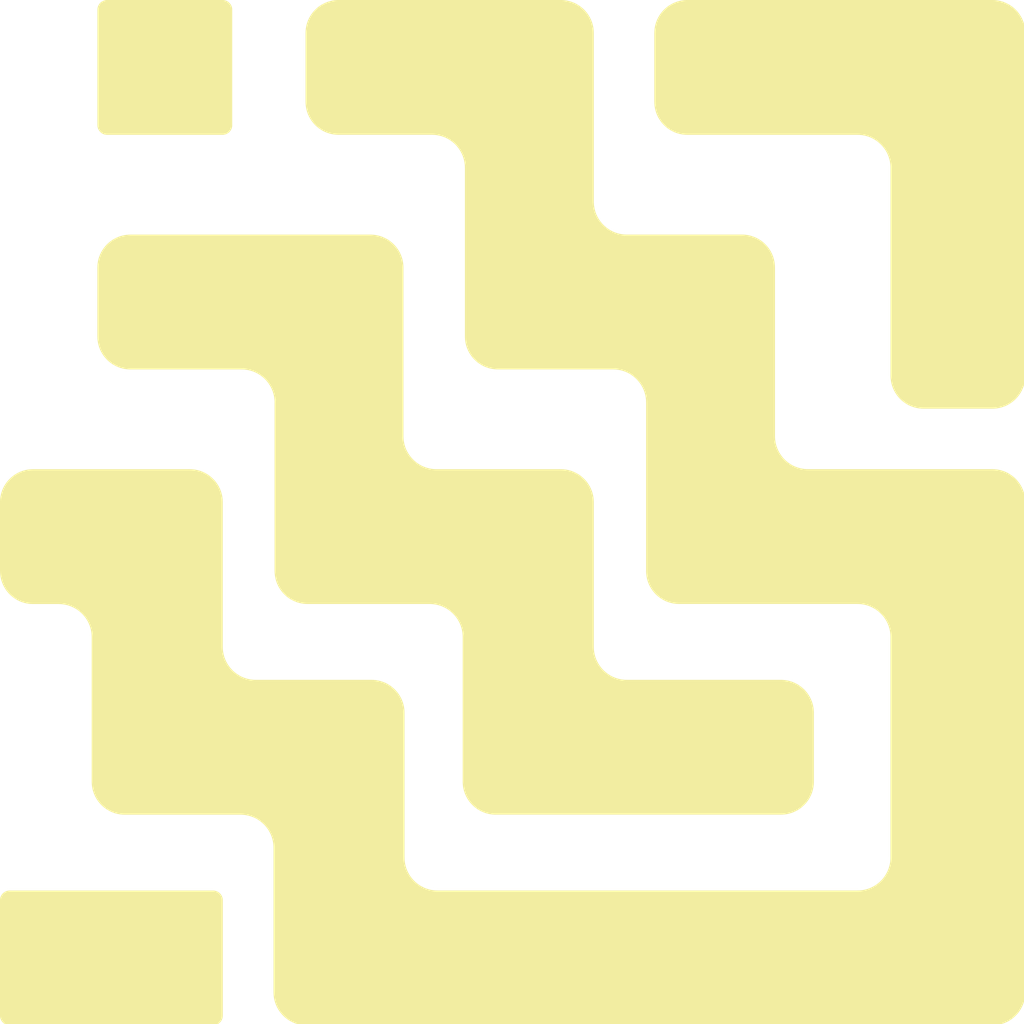
<source format=kicad_pcb>
(kicad_pcb (version 20241229) (generator "atopile") (generator_version "0.10.5")
  (layers (0 "F.Cu" signal) (31 "B.Cu" signal) (34 "B.Paste" user) (35 "F.Paste" user) (36 "B.SilkS" user "B.Silkscreen") (37 "F.SilkS" user "F.Silkscreen") (38 "B.Mask" user) (39 "F.Mask" user) (44 "Edge.Cuts" user))
  (net 0 "")
  (footprint "atopile_Logo_8x8mm:atopile_Logo_8x8mm" (layer "F.Cu") (at 0 0 0)
    (property "Reference" "LOGO1" (hide yes))
    (property "Value" "" (hide yes))
    (fp_poly (pts (xy 3.874508 -4.153939) (xy 3.887574 -4.152946) (xy 3.900448 -4.151309) (xy 3.913115 -4.149047) (xy 3.925557 -4.146174) (xy 3.937761 -4.142707) (xy 3.949708 -4.138663) (xy 3.961383 -4.134057) (xy 3.972771 -4.128906) (xy 3.983854 -4.123226) (xy 3.994618 -4.117033) (xy 4.005045 -4.110343) (xy 4.015121 -4.103173) (xy 4.024828 -4.095539) (xy 4.034151 -4.087457) (xy 4.043073 -4.078943) (xy 4.05158 -4.070014) (xy 4.059653 -4.060686) (xy 4.067279 -4.050974) (xy 4.074439 -4.040896) (xy 4.08112 -4.030467) (xy 4.087303 -4.019704) (xy 4.092974 -4.008622) (xy 4.098116 -3.997239) (xy 4.102713 -3.98557) (xy 4.10675 -3.973632) (xy 4.110209 -3.96144) (xy 4.113076 -3.949011) (xy 4.115333 -3.936362) (xy 4.116965 -3.923507) (xy 4.117957 -3.910465) (xy 4.118291 -3.89725) (xy 4.118291 -1.228134) (xy 4.117956 -1.214892) (xy 4.116962 -1.201827) (xy 4.115326 -1.188953) (xy 4.113063 -1.176286) (xy 4.11019 -1.163843) (xy 4.106724 -1.15164) (xy 4.102679 -1.139693) (xy 4.098073 -1.128017) (xy 4.092922 -1.11663) (xy 4.087242 -1.105546) (xy 4.081049 -1.094783) (xy 4.07436 -1.084355) (xy 4.06719 -1.07428) (xy 4.059556 -1.064573) (xy 4.051474 -1.05525) (xy 4.04296 -1.046327) (xy 4.034031 -1.037821) (xy 4.024702 -1.029747) (xy 4.014991 -1.022122) (xy 4.004912 -1.014961) (xy 3.994484 -1.008281) (xy 3.98372 -1.002097) (xy 3.972639 -0.996426) (xy 3.961256 -0.991284) (xy 3.949587 -0.986687) (xy 3.937648 -0.982651) (xy 3.925457 -0.979191) (xy 3.913028 -0.976325) (xy 3.900378 -0.974067) (xy 3.887524 -0.972435) (xy 3.874482 -0.971444) (xy 3.861267 -0.97111) (xy 3.325145 -0.97111) (xy 3.311904 -0.971445) (xy 3.298838 -0.972438) (xy 3.285964 -0.974075) (xy 3.273298 -0.976337) (xy 3.260855 -0.97921) (xy 3.248652 -0.982677) (xy 3.236704 -0.986721) (xy 3.225029 -0.991327) (xy 3.213641 -0.996478) (xy 3.202558 -1.002158) (xy 3.191794 -1.008351) (xy 3.181367 -1.015041) (xy 3.171292 -1.022211) (xy 3.161584 -1.029845) (xy 3.152262 -1.037927) (xy 3.143339 -1.046441) (xy 3.134833 -1.05537) (xy 3.126759 -1.064698) (xy 3.119134 -1.07441) (xy 3.111973 -1.084488) (xy 3.105293 -1.094917) (xy 3.099109 -1.10568) (xy 3.093438 -1.116762) (xy 3.088296 -1.128145) (xy 3.083699 -1.139814) (xy 3.079663 -1.151752) (xy 3.076203 -1.163944) (xy 3.073337 -1.176373) (xy 3.071079 -1.189022) (xy 3.069447 -1.201877) (xy 3.068456 -1.214919) (xy 3.068122 -1.228134) (xy 3.068122 -2.847081) (xy 3.067787 -2.860323) (xy 3.066793 -2.873388) (xy 3.065157 -2.886262) (xy 3.062894 -2.898929) (xy 3.060022 -2.911372) (xy 3.056555 -2.923575) (xy 3.052511 -2.935522) (xy 3.047905 -2.947198) (xy 3.042754 -2.958585) (xy 3.037073 -2.969669) (xy 3.03088 -2.980432) (xy 3.024191 -2.99086) (xy 3.017021 -3.000935) (xy 3.009387 -3.010642) (xy 3.001305 -3.019965) (xy 2.992791 -3.028888) (xy 2.983862 -3.037394) (xy 2.974533 -3.045468) (xy 2.964822 -3.053093) (xy 2.954744 -3.060254) (xy 2.944315 -3.066934) (xy 2.933551 -3.073118) (xy 2.92247 -3.078789) (xy 2.911087 -3.083931) (xy 2.899418 -3.088528) (xy 2.887479 -3.092564) (xy 2.875288 -3.096024) (xy 2.862859 -3.09889) (xy 2.850209 -3.101148) (xy 2.837355 -3.10278) (xy 2.824313 -3.103771) (xy 2.811098 -3.104105) (xy 1.48546 -3.104105) (xy 1.472218 -3.10444) (xy 1.459153 -3.105434) (xy 1.446279 -3.10707) (xy 1.433612 -3.109332) (xy 1.421169 -3.112205) (xy 1.408966 -3.115672) (xy 1.397019 -3.119716) (xy 1.385344 -3.124322) (xy 1.373956 -3.129473) (xy 1.362872 -3.135153) (xy 1.352109 -3.141346) (xy 1.341681 -3.148036) (xy 1.331606 -3.155206) (xy 1.321899 -3.16284) (xy 1.312576 -3.170922) (xy 1.303654 -3.179436) (xy 1.295147 -3.188365) (xy 1.287074 -3.197693) (xy 1.279448 -3.207405) (xy 1.272287 -3.217483) (xy 1.265607 -3.227912) (xy 1.259424 -3.238675) (xy 1.253753 -3.249757) (xy 1.248611 -3.26114) (xy 1.244014 -3.272809) (xy 1.239977 -3.284748) (xy 1.236518 -3.296939) (xy 1.233651 -3.309368) (xy 1.231394 -3.322018) (xy 1.229761 -3.334872) (xy 1.22877 -3.347914) (xy 1.228436 -3.361129) (xy 1.228436 -3.89725) (xy 1.228771 -3.910491) (xy 1.229765 -3.923557) (xy 1.231401 -3.936431) (xy 1.233664 -3.949098) (xy 1.236536 -3.961541) (xy 1.240003 -3.973744) (xy 1.244047 -3.985691) (xy 1.248653 -3.997367) (xy 1.253804 -4.008754) (xy 1.259485 -4.019838) (xy 1.265678 -4.030601) (xy 1.272367 -4.041029) (xy 1.279537 -4.051104) (xy 1.287171 -4.060811) (xy 1.295253 -4.070134) (xy 1.303767 -4.079057) (xy 1.312696 -4.087563) (xy 1.322024 -4.095637) (xy 1.331736 -4.103262) (xy 1.341814 -4.110423) (xy 1.352243 -4.117103) (xy 1.363006 -4.123287) (xy 1.374088 -4.128957) (xy 1.385471 -4.1341) (xy 1.39714 -4.138697) (xy 1.409078 -4.142733) (xy 1.42127 -4.146193) (xy 1.433699 -4.149059) (xy 1.446348 -4.151317) (xy 1.459203 -4.152949) (xy 1.472245 -4.15394) (xy 1.48546 -4.154274) (xy 3.861267 -4.154274)) (fill yes) (layer "F.SilkS"))
    (fp_poly (pts (xy -2.204232 2.781839) (xy -2.200393 2.782131) (xy -2.19661 2.782611) (xy -2.192887 2.783276) (xy -2.18923 2.78412) (xy -2.185643 2.785139) (xy -2.18213 2.786327) (xy -2.178697 2.787681) (xy -2.175349 2.789195) (xy -2.172089 2.790864) (xy -2.168924 2.792684) (xy -2.165856 2.794651) (xy -2.162893 2.796758) (xy -2.160037 2.799003) (xy -2.157294 2.801379) (xy -2.154668 2.803882) (xy -2.152165 2.806507) (xy -2.149789 2.80925) (xy -2.147545 2.812106) (xy -2.145438 2.815069) (xy -2.143471 2.818137) (xy -2.141651 2.821302) (xy -2.139982 2.824562) (xy -2.138468 2.82791) (xy -2.137114 2.831343) (xy -2.135926 2.834856) (xy -2.134907 2.838443) (xy -2.134063 2.8421) (xy -2.133398 2.845823) (xy -2.132917 2.849606) (xy -2.132626 2.853445) (xy -2.132527 2.857335) (xy -2.132527 3.756313) (xy -2.132626 3.760203) (xy -2.132918 3.764042) (xy -2.133398 3.767826) (xy -2.134063 3.771548) (xy -2.134907 3.775206) (xy -2.135926 3.778793) (xy -2.137114 3.782306) (xy -2.138468 3.785739) (xy -2.139982 3.789087) (xy -2.141651 3.792347) (xy -2.143471 3.795513) (xy -2.145438 3.79858) (xy -2.147545 3.801544) (xy -2.14979 3.804399) (xy -2.152165 3.807142) (xy -2.154669 3.809768) (xy -2.157294 3.812271) (xy -2.160037 3.814647) (xy -2.162893 3.816891) (xy -2.165856 3.818998) (xy -2.168924 3.820965) (xy -2.172089 3.822785) (xy -2.175349 3.824454) (xy -2.178697 3.825968) (xy -2.18213 3.827322) (xy -2.185643 3.82851) (xy -2.18923 3.829529) (xy -2.192887 3.830373) (xy -2.19661 3.831038) (xy -2.200393 3.831518) (xy -2.204232 3.83181) (xy -2.208122 3.831909) (xy -3.792296 3.831909) (xy -3.796186 3.83181) (xy -3.800025 3.831518) (xy -3.803809 3.831038) (xy -3.807531 3.830373) (xy -3.811189 3.829529) (xy -3.814776 3.82851) (xy -3.818288 3.827322) (xy -3.821721 3.825968) (xy -3.82507 3.824454) (xy -3.828329 3.822785) (xy -3.831495 3.820965) (xy -3.834562 3.818998) (xy -3.837526 3.816891) (xy -3.840382 3.814647) (xy -3.843125 3.812271) (xy -3.84575 3.809768) (xy -3.848253 3.807142) (xy -3.850629 3.804399) (xy -3.852873 3.801544) (xy -3.854981 3.79858) (xy -3.856947 3.795513) (xy -3.858767 3.792347) (xy -3.860437 3.789087) (xy -3.861951 3.785739) (xy -3.863304 3.782306) (xy -3.864493 3.778793) (xy -3.865511 3.775206) (xy -3.866356 3.771548) (xy -3.86702 3.767826) (xy -3.867501 3.764042) (xy -3.867793 3.760203) (xy -3.867891 3.756313) (xy -3.867891 2.857335) (xy -3.867793 2.853445) (xy -3.867501 2.849606) (xy -3.86702 2.845823) (xy -3.866355 2.8421) (xy -3.865511 2.838443) (xy -3.864493 2.834856) (xy -3.863304 2.831343) (xy -3.861951 2.82791) (xy -3.860437 2.824562) (xy -3.858767 2.821302) (xy -3.856947 2.818137) (xy -3.854981 2.815069) (xy -3.852873 2.812106) (xy -3.850629 2.80925) (xy -3.848253 2.806507) (xy -3.84575 2.803882) (xy -3.843125 2.801379) (xy -3.840382 2.799003) (xy -3.837526 2.796758) (xy -3.834562 2.794651) (xy -3.831495 2.792684) (xy -3.828329 2.790864) (xy -3.82507 2.789195) (xy -3.821721 2.787681) (xy -3.818288 2.786327) (xy -3.814776 2.785139) (xy -3.811188 2.78412) (xy -3.807531 2.783276) (xy -3.803808 2.782611) (xy -3.800025 2.782131) (xy -3.796186 2.781839) (xy -3.792296 2.78174) (xy -2.208122 2.78174)) (fill yes) (layer "F.SilkS"))
    (fp_poly (pts (xy -0.969332 -2.326651) (xy -0.956266 -2.325657) (xy -0.943392 -2.324021) (xy -0.930725 -2.321758) (xy -0.918283 -2.318886) (xy -0.90608 -2.315419) (xy -0.894132 -2.311375) (xy -0.882457 -2.306769) (xy -0.871069 -2.301618) (xy -0.859986 -2.295937) (xy -0.849222 -2.289744) (xy -0.838795 -2.283055) (xy -0.828719 -2.275885) (xy -0.819012 -2.268251) (xy -0.809689 -2.260169) (xy -0.800767 -2.251655) (xy -0.79226 -2.242726) (xy -0.784187 -2.233397) (xy -0.776561 -2.223686) (xy -0.769401 -2.213608) (xy -0.76272 -2.203179) (xy -0.756537 -2.192416) (xy -0.750866 -2.181334) (xy -0.745724 -2.169951) (xy -0.741127 -2.158282) (xy -0.73709 -2.146343) (xy -0.733631 -2.134152) (xy -0.730764 -2.121723) (xy -0.728507 -2.109073) (xy -0.726874 -2.096219) (xy -0.725883 -2.083177) (xy -0.725549 -2.069962) (xy -0.725549 -0.757024) (xy -0.725214 -0.743783) (xy -0.724221 -0.730717) (xy -0.722585 -0.717843) (xy -0.720322 -0.705176) (xy -0.717449 -0.692734) (xy -0.713983 -0.68053) (xy -0.709938 -0.668583) (xy -0.705332 -0.656908) (xy -0.700181 -0.64552) (xy -0.694501 -0.634436) (xy -0.688308 -0.623673) (xy -0.681618 -0.613245) (xy -0.674449 -0.60317) (xy -0.666814 -0.593463) (xy -0.658732 -0.58414) (xy -0.650219 -0.575218) (xy -0.64129 -0.566711) (xy -0.631961 -0.558637) (xy -0.62225 -0.551012) (xy -0.612171 -0.543851) (xy -0.601742 -0.537171) (xy -0.590979 -0.530988) (xy -0.579898 -0.525317) (xy -0.568515 -0.520175) (xy -0.556846 -0.515577) (xy -0.544907 -0.511541) (xy -0.532715 -0.508082) (xy -0.520287 -0.505215) (xy -0.507637 -0.502958) (xy -0.494783 -0.501325) (xy -0.48174 -0.500334) (xy -0.468526 -0.5) (xy 0.5 -0.5) (xy 0.513242 -0.499665) (xy 0.526307 -0.498672) (xy 0.539182 -0.497036) (xy 0.551848 -0.494773) (xy 0.564291 -0.4919) (xy 0.576494 -0.488434) (xy 0.588441 -0.484389) (xy 0.600117 -0.479783) (xy 0.611504 -0.474632) (xy 0.622588 -0.468952) (xy 0.633352 -0.462759) (xy 0.643779 -0.456069) (xy 0.653854 -0.448899) (xy 0.663562 -0.441265) (xy 0.672884 -0.433183) (xy 0.681807 -0.42467) (xy 0.690313 -0.41574) (xy 0.698387 -0.406412) (xy 0.706012 -0.396701) (xy 0.713173 -0.386622) (xy 0.719853 -0.376193) (xy 0.726037 -0.36543) (xy 0.731708 -0.354349) (xy 0.73685 -0.342965) (xy 0.741447 -0.331296) (xy 0.745483 -0.319358) (xy 0.748943 -0.307166) (xy 0.751809 -0.294737) (xy 0.754067 -0.282088) (xy 0.755699 -0.269234) (xy 0.75669 -0.256191) (xy 0.757024 -0.242976) (xy 0.757024 0.883695) (xy 0.757359 0.896936) (xy 0.758353 0.910002) (xy 0.759989 0.922876) (xy 0.762252 0.935542) (xy 0.765124 0.947985) (xy 0.768591 0.960188) (xy 0.772635 0.972136) (xy 0.777241 0.983811) (xy 0.782392 0.995199) (xy 0.788073 1.006282) (xy 0.794266 1.017046) (xy 0.800955 1.027473) (xy 0.808125 1.037549) (xy 0.815759 1.047256) (xy 0.823841 1.056579) (xy 0.832355 1.065501) (xy 0.841284 1.074007) (xy 0.850613 1.082081) (xy 0.860324 1.089707) (xy 0.870402 1.096867) (xy 0.880831 1.103548) (xy 0.891594 1.109731) (xy 0.902676 1.115402) (xy 0.914059 1.120544) (xy 0.925728 1.125141) (xy 0.937667 1.129178) (xy 0.949858 1.132637) (xy 0.962287 1.135504) (xy 0.974937 1.137761) (xy 0.987791 1.139393) (xy 1.000833 1.140385) (xy 1.014048 1.140719) (xy 2.214198 1.140719) (xy 2.227439 1.141053) (xy 2.240505 1.142047) (xy 2.253379 1.143683) (xy 2.266046 1.145946) (xy 2.278489 1.148819) (xy 2.290692 1.152285) (xy 2.302639 1.15633) (xy 2.314315 1.160936) (xy 2.325702 1.166087) (xy 2.336786 1.171767) (xy 2.347549 1.17796) (xy 2.357977 1.184649) (xy 2.368052 1.191819) (xy 2.377759 1.199453) (xy 2.387082 1.207536) (xy 2.396005 1.216049) (xy 2.404511 1.224978) (xy 2.412585 1.234307) (xy 2.42021 1.244018) (xy 2.427371 1.254097) (xy 2.434051 1.264526) (xy 2.440235 1.275289) (xy 2.445905 1.28637) (xy 2.451047 1.297754) (xy 2.455645 1.309423) (xy 2.459681 1.321361) (xy 2.463141 1.333553) (xy 2.466007 1.345982) (xy 2.468264 1.358631) (xy 2.469897 1.371485) (xy 2.470888 1.384528) (xy 2.471222 1.397742) (xy 2.471222 1.933864) (xy 2.470887 1.947105) (xy 2.469893 1.960171) (xy 2.468257 1.973045) (xy 2.465995 1.985711) (xy 2.463122 1.998154) (xy 2.459655 2.010357) (xy 2.455611 2.022305) (xy 2.451005 2.03398) (xy 2.445854 2.045368) (xy 2.440174 2.056451) (xy 2.433981 2.067215) (xy 2.427291 2.077642) (xy 2.420121 2.087718) (xy 2.412487 2.097425) (xy 2.404405 2.106748) (xy 2.395891 2.11567) (xy 2.386962 2.124176) (xy 2.377634 2.13225) (xy 2.367922 2.139876) (xy 2.357844 2.147036) (xy 2.347415 2.153717) (xy 2.336652 2.1599) (xy 2.32557 2.165571) (xy 2.314187 2.170713) (xy 2.302518 2.17531) (xy 2.29058 2.179347) (xy 2.278388 2.182806) (xy 2.265959 2.185673) (xy 2.253309 2.18793) (xy 2.240455 2.189563) (xy 2.227413 2.190554) (xy 2.214198 2.190888) (xy -0.007092 2.190888) (xy -0.020334 2.190553) (xy -0.033399 2.189559) (xy -0.046273 2.187923) (xy -0.05894 2.18566) (xy -0.071383 2.182788) (xy -0.083586 2.179321) (xy -0.095533 2.175277) (xy -0.107209 2.170671) (xy -0.118596 2.165519) (xy -0.12968 2.159839) (xy -0.140443 2.153646) (xy -0.150871 2.146957) (xy -0.160946 2.139787) (xy -0.170653 2.132153) (xy -0.179976 2.124071) (xy -0.188899 2.115557) (xy -0.197405 2.106628) (xy -0.205479 2.097299) (xy -0.213104 2.087588) (xy -0.220265 2.077509) (xy -0.226945 2.067081) (xy -0.233129 2.056317) (xy -0.238799 2.045236) (xy -0.243941 2.033853) (xy -0.248539 2.022184) (xy -0.252575 2.010245) (xy -0.256035 1.998053) (xy -0.258901 1.985625) (xy -0.261158 1.972975) (xy -0.262791 1.960121) (xy -0.263782 1.947078) (xy -0.264116 1.933864) (xy -0.264116 0.807192) (xy -0.264451 0.793951) (xy -0.265444 0.780885) (xy -0.267081 0.768011) (xy -0.269343 0.755345) (xy -0.272216 0.742902) (xy -0.275683 0.730699) (xy -0.279727 0.718752) (xy -0.284333 0.707076) (xy -0.289484 0.695689) (xy -0.295164 0.684605) (xy -0.301357 0.673841) (xy -0.308047 0.663414) (xy -0.315217 0.653339) (xy -0.322851 0.643631) (xy -0.330933 0.634309) (xy -0.339447 0.625386) (xy -0.348376 0.61688) (xy -0.357704 0.608806) (xy -0.367416 0.601181) (xy -0.377494 0.59402) (xy -0.387923 0.58734) (xy -0.398686 0.581156) (xy -0.409768 0.575485) (xy -0.421151 0.570343) (xy -0.43282 0.565746) (xy -0.444758 0.561709) (xy -0.45695 0.55825) (xy -0.469379 0.555383) (xy -0.482028 0.553126) (xy -0.494883 0.551494) (xy -0.507925 0.550502) (xy -0.52114 0.550168) (xy -1.472128 0.550168) (xy -1.485369 0.549834) (xy -1.498435 0.54884) (xy -1.511309 0.547204) (xy -1.523976 0.544941) (xy -1.536419 0.542068) (xy -1.548622 0.538602) (xy -1.560569 0.534557) (xy -1.572244 0.529952) (xy -1.583632 0.5248) (xy -1.594715 0.51912) (xy -1.605479 0.512927) (xy -1.615907 0.506238) (xy -1.625982 0.499068) (xy -1.635689 0.491434) (xy -1.645012 0.483352) (xy -1.653934 0.474838) (xy -1.662441 0.465909) (xy -1.670514 0.45658) (xy -1.67814 0.446869) (xy -1.685301 0.436791) (xy -1.691981 0.426362) (xy -1.698164 0.415598) (xy -1.703835 0.404517) (xy -1.708977 0.393134) (xy -1.713574 0.381465) (xy -1.717611 0.369526) (xy -1.72107 0.357335) (xy -1.723937 0.344906) (xy -1.726194 0.332256) (xy -1.727827 0.319402) (xy -1.728818 0.30636) (xy -1.729152 0.293145) (xy -1.729152 -1.019793) (xy -1.729486 -1.033034) (xy -1.73048 -1.0461) (xy -1.732116 -1.058974) (xy -1.734379 -1.071641) (xy -1.737252 -1.084084) (xy -1.740718 -1.096287) (xy -1.744763 -1.108234) (xy -1.749369 -1.11991) (xy -1.75452 -1.131297) (xy -1.7602 -1.142381) (xy -1.766393 -1.153144) (xy -1.773083 -1.163572) (xy -1.780252 -1.173647) (xy -1.787887 -1.183354) (xy -1.795969 -1.192677) (xy -1.804482 -1.2016) (xy -1.813412 -1.210106) (xy -1.82274 -1.21818) (xy -1.832451 -1.225805) (xy -1.84253 -1.232966) (xy -1.852959 -1.239646) (xy -1.863722 -1.245829) (xy -1.874803 -1.2515) (xy -1.886187 -1.256642) (xy -1.897856 -1.26124) (xy -1.909794 -1.265276) (xy -1.921986 -1.268736) (xy -1.934415 -1.271602) (xy -1.947064 -1.273859) (xy -1.959918 -1.275492) (xy -1.972961 -1.276483) (xy -1.986176 -1.276817) (xy -2.852497 -1.276817) (xy -2.865738 -1.277152) (xy -2.878804 -1.278145) (xy -2.891678 -1.279782) (xy -2.904345 -1.282044) (xy -2.916788 -1.284917) (xy -2.928991 -1.288384) (xy -2.940938 -1.292428) (xy -2.952613 -1.297034) (xy -2.964001 -1.302185) (xy -2.975085 -1.307865) (xy -2.985848 -1.314058) (xy -2.996276 -1.320748) (xy -3.006351 -1.327918) (xy -3.016058 -1.335552) (xy -3.025381 -1.343634) (xy -3.034304 -1.352148) (xy -3.04281 -1.361077) (xy -3.050884 -1.370405) (xy -3.058509 -1.380117) (xy -3.06567 -1.390195) (xy -3.07235 -1.400624) (xy -3.078533 -1.411387) (xy -3.084204 -1.422469) (xy -3.089346 -1.433852) (xy -3.093944 -1.445521) (xy -3.09798 -1.457459) (xy -3.101439 -1.469651) (xy -3.104306 -1.48208) (xy -3.106563 -1.494729) (xy -3.108196 -1.507584) (xy -3.109187 -1.520626) (xy -3.109521 -1.533841) (xy -3.109521 -2.069962) (xy -3.109186 -2.083203) (xy -3.108192 -2.096269) (xy -3.106556 -2.109143) (xy -3.104293 -2.12181) (xy -3.101421 -2.134252) (xy -3.097954 -2.146456) (xy -3.093909 -2.158403) (xy -3.089304 -2.170078) (xy -3.084152 -2.181466) (xy -3.078472 -2.192549) (xy -3.072279 -2.203313) (xy -3.06559 -2.21374) (xy -3.05842 -2.223816) (xy -3.050786 -2.233523) (xy -3.042704 -2.242846) (xy -3.03419 -2.251768) (xy -3.025261 -2.260275) (xy -3.015932 -2.268348) (xy -3.006221 -2.275974) (xy -2.996143 -2.283135) (xy -2.985714 -2.289815) (xy -2.97495 -2.295998) (xy -2.963869 -2.301669) (xy -2.952486 -2.306811) (xy -2.940817 -2.311409) (xy -2.928878 -2.315445) (xy -2.916686 -2.318904) (xy -2.904258 -2.321771) (xy -2.891608 -2.324028) (xy -2.878754 -2.325661) (xy -2.865711 -2.326652) (xy -2.852497 -2.326986) (xy -0.982573 -2.326986)) (fill yes) (layer "F.SilkS"))
    (fp_poly (pts (xy -2.130754 -4.154176) (xy -2.126915 -4.153884) (xy -2.123132 -4.153403) (xy -2.119409 -4.152738) (xy -2.115752 -4.151894) (xy -2.112165 -4.150875) (xy -2.108652 -4.149687) (xy -2.105219 -4.148333) (xy -2.101871 -4.14682) (xy -2.098611 -4.14515) (xy -2.095445 -4.14333) (xy -2.092378 -4.141364) (xy -2.089414 -4.139256) (xy -2.086559 -4.137012) (xy -2.083816 -4.134636) (xy -2.08119 -4.132133) (xy -2.078687 -4.129507) (xy -2.076311 -4.126764) (xy -2.074067 -4.123909) (xy -2.07196 -4.120945) (xy -2.069993 -4.117878) (xy -2.068173 -4.114712) (xy -2.066504 -4.111453) (xy -2.06499 -4.108104) (xy -2.063636 -4.104671) (xy -2.062448 -4.101159) (xy -2.061429 -4.097571) (xy -2.060585 -4.093914) (xy -2.05992 -4.090191) (xy -2.059439 -4.086408) (xy -2.059147 -4.082569) (xy -2.059049 -4.078679) (xy -2.059049 -3.1797) (xy -2.059148 -3.17581) (xy -2.059439 -3.171971) (xy -2.05992 -3.168188) (xy -2.060585 -3.164465) (xy -2.061429 -3.160808) (xy -2.062448 -3.157221) (xy -2.063636 -3.153708) (xy -2.06499 -3.150275) (xy -2.066504 -3.146927) (xy -2.068173 -3.143667) (xy -2.069993 -3.140501) (xy -2.07196 -3.137434) (xy -2.074067 -3.13447) (xy -2.076311 -3.131615) (xy -2.078687 -3.128872) (xy -2.081191 -3.126246) (xy -2.083816 -3.123743) (xy -2.086559 -3.121367) (xy -2.089415 -3.119123) (xy -2.092378 -3.117016) (xy -2.095446 -3.115049) (xy -2.098611 -3.113229) (xy -2.101871 -3.11156) (xy -2.105219 -3.110046) (xy -2.108652 -3.108692) (xy -2.112165 -3.107504) (xy -2.115752 -3.106485) (xy -2.119409 -3.105641) (xy -2.123132 -3.104976) (xy -2.126915 -3.104495) (xy -2.130754 -3.104204) (xy -2.134645 -3.104105) (xy -3.033623 -3.104105) (xy -3.037513 -3.104204) (xy -3.041352 -3.104495) (xy -3.045135 -3.104976) (xy -3.048858 -3.105641) (xy -3.052515 -3.106485) (xy -3.056103 -3.107504) (xy -3.059615 -3.108692) (xy -3.063048 -3.110046) (xy -3.066397 -3.11156) (xy -3.069656 -3.113229) (xy -3.072822 -3.115049) (xy -3.075889 -3.117016) (xy -3.078853 -3.119123) (xy -3.081708 -3.121367) (xy -3.084451 -3.123743) (xy -3.087077 -3.126247) (xy -3.08958 -3.128872) (xy -3.091956 -3.131615) (xy -3.0942 -3.134471) (xy -3.096308 -3.137434) (xy -3.098274 -3.140502) (xy -3.100094 -3.143667) (xy -3.101764 -3.146927) (xy -3.103277 -3.150275) (xy -3.104631 -3.153708) (xy -3.105819 -3.157221) (xy -3.106838 -3.160808) (xy -3.107682 -3.164465) (xy -3.108347 -3.168188) (xy -3.108828 -3.171971) (xy -3.10912 -3.17581) (xy -3.109218 -3.1797) (xy -3.109218 -4.078679) (xy -3.10912 -4.082569) (xy -3.108828 -4.086408) (xy -3.108347 -4.090191) (xy -3.107682 -4.093914) (xy -3.106838 -4.097571) (xy -3.105819 -4.101159) (xy -3.104631 -4.104671) (xy -3.103277 -4.108104) (xy -3.101763 -4.111453) (xy -3.100094 -4.114712) (xy -3.098274 -4.117878) (xy -3.096308 -4.120945) (xy -3.0942 -4.123909) (xy -3.091956 -4.126764) (xy -3.08958 -4.129507) (xy -3.087077 -4.132133) (xy -3.084451 -4.134636) (xy -3.081708 -4.137012) (xy -3.078853 -4.139256) (xy -3.075889 -4.141364) (xy -3.072822 -4.14333) (xy -3.069656 -4.14515) (xy -3.066396 -4.14682) (xy -3.063048 -4.148333) (xy -3.059615 -4.149687) (xy -3.056102 -4.150875) (xy -3.052515 -4.151894) (xy -3.048858 -4.152738) (xy -3.045135 -4.153403) (xy -3.041352 -4.153884) (xy -3.037513 -4.154176) (xy -3.033623 -4.154274) (xy -2.134644 -4.154274)) (fill yes) (layer "F.SilkS"))
    (fp_poly (pts (xy 0.513242 -4.153939) (xy 0.526307 -4.152946) (xy 0.539182 -4.151309) (xy 0.551848 -4.149047) (xy 0.564291 -4.146174) (xy 0.576494 -4.142707) (xy 0.588441 -4.138663) (xy 0.600117 -4.134057) (xy 0.611504 -4.128906) (xy 0.622588 -4.123226) (xy 0.633352 -4.117033) (xy 0.643779 -4.110343) (xy 0.653854 -4.103173) (xy 0.663562 -4.095539) (xy 0.672884 -4.087457) (xy 0.681807 -4.078943) (xy 0.690313 -4.070014) (xy 0.698387 -4.060686) (xy 0.706012 -4.050974) (xy 0.713173 -4.040896) (xy 0.719853 -4.030467) (xy 0.726037 -4.019704) (xy 0.731708 -4.008622) (xy 0.73685 -3.997239) (xy 0.741447 -3.98557) (xy 0.745483 -3.973632) (xy 0.748943 -3.96144) (xy 0.751809 -3.949011) (xy 0.754067 -3.936362) (xy 0.755699 -3.923507) (xy 0.75669 -3.910465) (xy 0.757024 -3.89725) (xy 0.757024 -2.584312) (xy 0.757359 -2.571071) (xy 0.758353 -2.558005) (xy 0.759989 -2.545131) (xy 0.762252 -2.532465) (xy 0.765124 -2.520022) (xy 0.768591 -2.507819) (xy 0.772635 -2.495871) (xy 0.777241 -2.484196) (xy 0.782392 -2.472808) (xy 0.788073 -2.461725) (xy 0.794266 -2.450961) (xy 0.800955 -2.440534) (xy 0.808125 -2.430458) (xy 0.815759 -2.420751) (xy 0.823841 -2.411428) (xy 0.832355 -2.402506) (xy 0.841284 -2.393999) (xy 0.850613 -2.385926) (xy 0.860324 -2.3783) (xy 0.870402 -2.37114) (xy 0.880831 -2.364459) (xy 0.891594 -2.358276) (xy 0.902676 -2.352605) (xy 0.914059 -2.347463) (xy 0.925728 -2.342866) (xy 0.937667 -2.338829) (xy 0.949858 -2.33537) (xy 0.962287 -2.332503) (xy 0.974937 -2.330246) (xy 0.987791 -2.328614) (xy 1.000833 -2.327622) (xy 1.014048 -2.327288) (xy 1.911212 -2.327288) (xy 1.924453 -2.326954) (xy 1.937519 -2.32596) (xy 1.950393 -2.324324) (xy 1.96306 -2.322061) (xy 1.975503 -2.319188) (xy 1.987706 -2.315722) (xy 1.999653 -2.311677) (xy 2.011329 -2.307071) (xy 2.022716 -2.30192) (xy 2.0338 -2.29624) (xy 2.044563 -2.290047) (xy 2.054991 -2.283358) (xy 2.065066 -2.276188) (xy 2.074773 -2.268553) (xy 2.084096 -2.260471) (xy 2.093019 -2.251958) (xy 2.101525 -2.243029) (xy 2.109599 -2.2337) (xy 2.117224 -2.223989) (xy 2.124385 -2.21391) (xy 2.131065 -2.203481) (xy 2.137249 -2.192718) (xy 2.142919 -2.181637) (xy 2.148062 -2.170253) (xy 2.152659 -2.158584) (xy 2.156695 -2.146646) (xy 2.160155 -2.134454) (xy 2.163021 -2.122025) (xy 2.165279 -2.109376) (xy 2.166911 -2.096522) (xy 2.167902 -2.083479) (xy 2.168236 -2.070265) (xy 2.168236 -0.757327) (xy 2.168571 -0.744085) (xy 2.169564 -0.73102) (xy 2.171201 -0.718146) (xy 2.173463 -0.705479) (xy 2.176336 -0.693036) (xy 2.179803 -0.680833) (xy 2.183847 -0.668886) (xy 2.188453 -0.65721) (xy 2.193604 -0.645823) (xy 2.199284 -0.634739) (xy 2.205477 -0.623976) (xy 2.212167 -0.613548) (xy 2.219337 -0.603473) (xy 2.226971 -0.593766) (xy 2.235053 -0.584443) (xy 2.243567 -0.57552) (xy 2.252496 -0.567014) (xy 2.261824 -0.55894) (xy 2.271536 -0.551315) (xy 2.281614 -0.544154) (xy 2.292043 -0.537474) (xy 2.302806 -0.53129) (xy 2.313888 -0.525619) (xy 2.325271 -0.520477) (xy 2.33694 -0.51588) (xy 2.348879 -0.511844) (xy 2.36107 -0.508384) (xy 2.373499 -0.505518) (xy 2.386149 -0.50326) (xy 2.399003 -0.501628) (xy 2.412045 -0.500637) (xy 2.42526 -0.500303) (xy 3.860965 -0.500303) (xy 3.874206 -0.499968) (xy 3.887271 -0.498974) (xy 3.900146 -0.497338) (xy 3.912812 -0.495076) (xy 3.925255 -0.492203) (xy 3.937458 -0.488736) (xy 3.949405 -0.484692) (xy 3.961081 -0.480086) (xy 3.972468 -0.474935) (xy 3.983552 -0.469255) (xy 3.994315 -0.463062) (xy 4.004743 -0.456372) (xy 4.014818 -0.449202) (xy 4.024525 -0.441568) (xy 4.033848 -0.433486) (xy 4.042771 -0.424972) (xy 4.051277 -0.416043) (xy 4.059351 -0.406715) (xy 4.066976 -0.397003) (xy 4.074137 -0.386925) (xy 4.080817 -0.376496) (xy 4.087001 -0.365733) (xy 4.092671 -0.354651) (xy 4.097813 -0.343268) (xy 4.102411 -0.331599) (xy 4.106447 -0.31966) (xy 4.109907 -0.307469) (xy 4.112773 -0.29504) (xy 4.11503 -0.28239) (xy 4.116663 -0.269536) (xy 4.117654 -0.256494) (xy 4.117988 -0.243279) (xy 4.117988 3.574885) (xy 4.117653 3.588126) (xy 4.116659 3.601192) (xy 4.115023 3.614066) (xy 4.112761 3.626733) (xy 4.109888 3.639175) (xy 4.106421 3.651379) (xy 4.102377 3.663326) (xy 4.097771 3.675001) (xy 4.09262 3.686389) (xy 4.08694 3.697472) (xy 4.080747 3.708236) (xy 4.074057 3.718663) (xy 4.066887 3.728739) (xy 4.059253 3.738446) (xy 4.051171 3.747769) (xy 4.042657 3.756691) (xy 4.033728 3.765198) (xy 4.024399 3.773271) (xy 4.014688 3.780897) (xy 4.00461 3.788057) (xy 3.994181 3.794738) (xy 3.983417 3.800921) (xy 3.972336 3.806592) (xy 3.960953 3.811734) (xy 3.949284 3.816331) (xy 3.937345 3.820368) (xy 3.925153 3.823827) (xy 3.912725 3.826694) (xy 3.900075 3.828951) (xy 3.887221 3.830583) (xy 3.874178 3.831575) (xy 3.860964 3.831909) (xy -1.480595 3.831909) (xy -1.493836 3.831574) (xy -1.506902 3.83058) (xy -1.519776 3.828944) (xy -1.532442 3.826681) (xy -1.544885 3.823808) (xy -1.557088 3.820342) (xy -1.569035 3.816297) (xy -1.580711 3.811691) (xy -1.592099 3.80654) (xy -1.603182 3.80086) (xy -1.613946 3.794667) (xy -1.624373 3.787978) (xy -1.634448 3.780808) (xy -1.644156 3.773174) (xy -1.653478 3.765092) (xy -1.662401 3.756578) (xy -1.670907 3.747649) (xy -1.678981 3.73832) (xy -1.686606 3.728609) (xy -1.693767 3.71853) (xy -1.700447 3.708102) (xy -1.706631 3.697338) (xy -1.712302 3.686257) (xy -1.717444 3.674874) (xy -1.722041 3.663205) (xy -1.726078 3.651266) (xy -1.729537 3.639075) (xy -1.732403 3.626646) (xy -1.734661 3.613996) (xy -1.736293 3.601142) (xy -1.737284 3.5881) (xy -1.737618 3.574885) (xy -1.737618 2.448214) (xy -1.737953 2.434972) (xy -1.738947 2.421907) (xy -1.740583 2.409032) (xy -1.742846 2.396366) (xy -1.745718 2.383923) (xy -1.749185 2.37172) (xy -1.753229 2.359773) (xy -1.757835 2.348097) (xy -1.762986 2.33671) (xy -1.768667 2.325626) (xy -1.77486 2.314862) (xy -1.781549 2.304435) (xy -1.788719 2.29436) (xy -1.796353 2.284653) (xy -1.804435 2.27533) (xy -1.812949 2.266407) (xy -1.821878 2.257901) (xy -1.831207 2.249827) (xy -1.840918 2.242202) (xy -1.850996 2.235041) (xy -1.861425 2.228361) (xy -1.872189 2.222177) (xy -1.88327 2.216506) (xy -1.894653 2.211364) (xy -1.906322 2.206767) (xy -1.918261 2.202731) (xy -1.930453 2.199271) (xy -1.942881 2.196405) (xy -1.955531 2.194147) (xy -1.968385 2.192515) (xy -1.981428 2.191524) (xy -1.994642 2.19119) (xy -2.896645 2.19119) (xy -2.909886 2.190855) (xy -2.922952 2.189861) (xy -2.935826 2.188225) (xy -2.948492 2.185962) (xy -2.960935 2.18309) (xy -2.973138 2.179623) (xy -2.985086 2.175579) (xy -2.996761 2.170973) (xy -3.008149 2.165822) (xy -3.019232 2.160141) (xy -3.029996 2.153948) (xy -3.040423 2.147259) (xy -3.050498 2.140089) (xy -3.060206 2.132455) (xy -3.069529 2.124373) (xy -3.078451 2.115859) (xy -3.086957 2.10693) (xy -3.095031 2.097601) (xy -3.102656 2.08789) (xy -3.109817 2.077812) (xy -3.116497 2.067383) (xy -3.122681 2.056619) (xy -3.128352 2.045538) (xy -3.133494 2.034155) (xy -3.138091 2.022486) (xy -3.142128 2.010547) (xy -3.145587 1.998356) (xy -3.148453 1.985927) (xy -3.150711 1.973277) (xy -3.152343 1.960423) (xy -3.153334 1.947381) (xy -3.153668 1.934166) (xy -3.153668 0.807495) (xy -3.154003 0.794254) (xy -3.154997 0.781188) (xy -3.156633 0.768314) (xy -3.158896 0.755647) (xy -3.161768 0.743204) (xy -3.165235 0.731001) (xy -3.169279 0.719054) (xy -3.173885 0.707378) (xy -3.179036 0.695991) (xy -3.184717 0.684907) (xy -3.19091 0.674144) (xy -3.197599 0.663716) (xy -3.204769 0.653641) (xy -3.212403 0.643934) (xy -3.220485 0.634611) (xy -3.228999 0.625688) (xy -3.237928 0.617182) (xy -3.247257 0.609108) (xy -3.256968 0.601483) (xy -3.267046 0.594322) (xy -3.277475 0.587642) (xy -3.288239 0.581458) (xy -3.29932 0.575788) (xy -3.310703 0.570646) (xy -3.322372 0.566048) (xy -3.334311 0.562012) (xy -3.346503 0.558552) (xy -3.358931 0.555686) (xy -3.371581 0.553429) (xy -3.384435 0.551796) (xy -3.397478 0.550805) (xy -3.410692 0.550471) (xy -3.610566 0.550471) (xy -3.623807 0.550136) (xy -3.636873 0.549143) (xy -3.649747 0.547506) (xy -3.662414 0.545244) (xy -3.674857 0.542371) (xy -3.68706 0.538904) (xy -3.699007 0.53486) (xy -3.710682 0.530254) (xy -3.72207 0.525103) (xy -3.733154 0.519423) (xy -3.743917 0.51323) (xy -3.754345 0.50654) (xy -3.76442 0.49937) (xy -3.774127 0.491736) (xy -3.78345 0.483654) (xy -3.792373 0.47514) (xy -3.800879 0.466211) (xy -3.808953 0.456883) (xy -3.816578 0.447171) (xy -3.823739 0.437093) (xy -3.830419 0.426664) (xy -3.836602 0.415901) (xy -3.842273 0.404819) (xy -3.847415 0.393436) (xy -3.852013 0.381767) (xy -3.856049 0.369829) (xy -3.859508 0.357637) (xy -3.862375 0.345208) (xy -3.864632 0.332558) (xy -3.866265 0.319704) (xy -3.867256 0.306662) (xy -3.86759 0.293447) (xy -3.867892 0.293145) (xy -3.867892 -0.242976) (xy -3.867557 -0.256218) (xy -3.866564 -0.269283) (xy -3.864927 -0.282158) (xy -3.862665 -0.294824) (xy -3.859792 -0.307267) (xy -3.856325 -0.31947) (xy -3.852281 -0.331417) (xy -3.847675 -0.343093) (xy -3.842524 -0.35448) (xy -3.836844 -0.365564) (xy -3.830651 -0.376328) (xy -3.823961 -0.386755) (xy -3.816791 -0.39683) (xy -3.809157 -0.406537) (xy -3.801075 -0.41586) (xy -3.792561 -0.424783) (xy -3.783632 -0.433289) (xy -3.774304 -0.441363) (xy -3.764592 -0.448988) (xy -3.754514 -0.456149) (xy -3.744085 -0.462829) (xy -3.733322 -0.469013) (xy -3.72224 -0.474684) (xy -3.710857 -0.479826) (xy -3.699188 -0.484423) (xy -3.68725 -0.488459) (xy -3.675058 -0.491919) (xy -3.662629 -0.494785) (xy -3.64998 -0.497043) (xy -3.637125 -0.498675) (xy -3.624083 -0.499666) (xy -3.610868 -0.5) (xy -2.389854 -0.5) (xy -2.376613 -0.499665) (xy -2.363547 -0.498672) (xy -2.350673 -0.497036) (xy -2.338006 -0.494773) (xy -2.325563 -0.4919) (xy -2.31336 -0.488434) (xy -2.301413 -0.484389) (xy -2.289738 -0.479783) (xy -2.27835 -0.474632) (xy -2.267266 -0.468952) (xy -2.256503 -0.462759) (xy -2.246075 -0.456069) (xy -2.236 -0.448899) (xy -2.226293 -0.441265) (xy -2.21697 -0.433183) (xy -2.208047 -0.42467) (xy -2.199541 -0.41574) (xy -2.191467 -0.406412) (xy -2.183842 -0.396701) (xy -2.176681 -0.386622) (xy -2.170001 -0.376193) (xy -2.163818 -0.36543) (xy -2.158147 -0.354349) (xy -2.153005 -0.342965) (xy -2.148407 -0.331296) (xy -2.144371 -0.319358) (xy -2.140912 -0.307166) (xy -2.138045 -0.294737) (xy -2.135788 -0.282088) (xy -2.134155 -0.269234) (xy -2.133164 -0.256191) (xy -2.13283 -0.242976) (xy -2.13283 0.883695) (xy -2.132495 0.896936) (xy -2.131502 0.910002) (xy -2.129865 0.922876) (xy -2.127603 0.935542) (xy -2.12473 0.947985) (xy -2.121263 0.960188) (xy -2.117219 0.972136) (xy -2.112613 0.983811) (xy -2.107462 0.995199) (xy -2.101782 1.006282) (xy -2.095589 1.017046) (xy -2.088899 1.027473) (xy -2.081729 1.037549) (xy -2.074095 1.047256) (xy -2.066013 1.056579) (xy -2.057499 1.065501) (xy -2.04857 1.074007) (xy -2.039242 1.082081) (xy -2.02953 1.089707) (xy -2.019452 1.096867) (xy -2.009023 1.103548) (xy -1.99826 1.109731) (xy -1.987179 1.115402) (xy -1.975795 1.120544) (xy -1.964126 1.125141) (xy -1.952188 1.129178) (xy -1.939996 1.132637) (xy -1.927567 1.135504) (xy -1.914918 1.137761) (xy -1.902063 1.139393) (xy -1.889021 1.140385) (xy -1.875806 1.140719) (xy -0.974106 1.140719) (xy -0.960865 1.141053) (xy -0.947799 1.142047) (xy -0.934925 1.143683) (xy -0.922259 1.145946) (xy -0.909816 1.148819) (xy -0.897613 1.152285) (xy -0.885665 1.15633) (xy -0.87399 1.160936) (xy -0.862602 1.166087) (xy -0.851519 1.171767) (xy -0.840755 1.17796) (xy -0.830328 1.184649) (xy -0.820252 1.191819) (xy -0.810545 1.199453) (xy -0.801222 1.207536) (xy -0.7923 1.216049) (xy -0.783794 1.224978) (xy -0.77572 1.234307) (xy -0.768094 1.244018) (xy -0.760934 1.254097) (xy -0.754253 1.264526) (xy -0.74807 1.275289) (xy -0.742399 1.28637) (xy -0.737257 1.297754) (xy -0.73266 1.309423) (xy -0.728623 1.321361) (xy -0.725164 1.333553) (xy -0.722297 1.345982) (xy -0.72004 1.358631) (xy -0.718408 1.371485) (xy -0.717416 1.384528) (xy -0.717082 1.397742) (xy -0.717082 2.524413) (xy -0.716748 2.537655) (xy -0.715754 2.55072) (xy -0.714118 2.563595) (xy -0.711855 2.576261) (xy -0.708982 2.588704) (xy -0.705516 2.600907) (xy -0.701471 2.612854) (xy -0.696865 2.62453) (xy -0.691714 2.635917) (xy -0.686034 2.647001) (xy -0.679841 2.657765) (xy -0.673152 2.668192) (xy -0.665982 2.678267) (xy -0.658348 2.687974) (xy -0.650266 2.697297) (xy -0.641752 2.70622) (xy -0.632823 2.714726) (xy -0.623494 2.7228) (xy -0.613783 2.730425) (xy -0.603704 2.737586) (xy -0.593276 2.744266) (xy -0.582512 2.75045) (xy -0.571431 2.756121) (xy -0.560048 2.761263) (xy -0.548379 2.76586) (xy -0.53644 2.769896) (xy -0.524248 2.773356) (xy -0.51182 2.776222) (xy -0.49917 2.77848) (xy -0.486316 2.780112) (xy -0.473273 2.781103) (xy -0.460059 2.781437) (xy 2.810795 2.781437) (xy 2.824037 2.781102) (xy 2.837102 2.780109) (xy 2.849977 2.778473) (xy 2.862643 2.77621) (xy 2.875086 2.773337) (xy 2.887289 2.769871) (xy 2.899236 2.765826) (xy 2.910912 2.76122) (xy 2.922299 2.756069) (xy 2.933383 2.750389) (xy 2.944147 2.744196) (xy 2.954574 2.737506) (xy 2.964649 2.730336) (xy 2.974356 2.722702) (xy 2.983679 2.71462) (xy 2.992602 2.706107) (xy 3.001108 2.697177) (xy 3.009182 2.687849) (xy 3.016807 2.678138) (xy 3.023968 2.668059) (xy 3.030648 2.65763) (xy 3.036832 2.646867) (xy 3.042503 2.635786) (xy 3.047645 2.624402) (xy 3.052242 2.612733) (xy 3.056278 2.600795) (xy 3.059738 2.588603) (xy 3.062604 2.576174) (xy 3.064862 2.563525) (xy 3.066494 2.550671) (xy 3.067485 2.537628) (xy 3.067819 2.524413) (xy 3.067819 0.80689) (xy 3.067484 0.793649) (xy 3.066491 0.780583) (xy 3.064855 0.767709) (xy 3.062592 0.755042) (xy 3.059719 0.742599) (xy 3.056253 0.730396) (xy 3.052208 0.718449) (xy 3.047602 0.706773) (xy 3.042451 0.695386) (xy 3.036771 0.684302) (xy 3.030578 0.673539) (xy 3.023888 0.663111) (xy 3.016718 0.653036) (xy 3.009084 0.643329) (xy 3.001002 0.634006) (xy 2.992489 0.625083) (xy 2.983559 0.616577) (xy 2.974231 0.608503) (xy 2.96452 0.600878) (xy 2.954441 0.593717) (xy 2.944012 0.587037) (xy 2.933249 0.580853) (xy 2.922168 0.575182) (xy 2.910784 0.57004) (xy 2.899115 0.565443) (xy 2.887177 0.561407) (xy 2.874985 0.557947) (xy 2.862556 0.555081) (xy 2.849907 0.552823) (xy 2.837053 0.551191) (xy 2.82401 0.5502) (xy 2.810795 0.549866) (xy 1.421355 0.549866) (xy 1.408114 0.549531) (xy 1.395048 0.548537) (xy 1.382174 0.546901) (xy 1.369508 0.544639) (xy 1.357065 0.541766) (xy 1.344862 0.538299) (xy 1.332914 0.534255) (xy 1.321239 0.529649) (xy 1.309851 0.524498) (xy 1.298768 0.518818) (xy 1.288004 0.512625) (xy 1.277577 0.505935) (xy 1.267501 0.498765) (xy 1.257794 0.491131) (xy 1.248471 0.483049) (xy 1.239549 0.474535) (xy 1.231043 0.465606) (xy 1.222969 0.456278) (xy 1.215343 0.446566) (xy 1.208183 0.436488) (xy 1.201502 0.426059) (xy 1.195319 0.415296) (xy 1.189648 0.404214) (xy 1.184506 0.392831) (xy 1.179909 0.381162) (xy 1.175872 0.369224) (xy 1.172413 0.357032) (xy 1.169546 0.344603) (xy 1.167289 0.331953) (xy 1.165657 0.319099) (xy 1.164665 0.306057) (xy 1.164332 0.292842) (xy 1.164332 -1.020096) (xy 1.163997 -1.033337) (xy 1.163003 -1.046403) (xy 1.161367 -1.059277) (xy 1.159104 -1.071943) (xy 1.156231 -1.084386) (xy 1.152765 -1.096589) (xy 1.14872 -1.108537) (xy 1.144115 -1.120212) (xy 1.138963 -1.1316) (xy 1.133283 -1.142683) (xy 1.12709 -1.153447) (xy 1.120401 -1.163874) (xy 1.113231 -1.17395) (xy 1.105597 -1.183657) (xy 1.097515 -1.19298) (xy 1.089001 -1.201902) (xy 1.080072 -1.210409) (xy 1.070743 -1.218482) (xy 1.061032 -1.226108) (xy 1.050954 -1.233268) (xy 1.040525 -1.239949) (xy 1.029761 -1.246132) (xy 1.01868 -1.251803) (xy 1.007297 -1.256945) (xy 0.995628 -1.261542) (xy 0.983689 -1.265579) (xy 0.971497 -1.269038) (xy 0.959069 -1.271905) (xy 0.946419 -1.274162) (xy 0.933565 -1.275795) (xy 0.920522 -1.276786) (xy 0.907308 -1.27712) (xy 0.010144 -1.27712) (xy -0.003098 -1.277454) (xy -0.016163 -1.278448) (xy -0.029038 -1.280084) (xy -0.041704 -1.282347) (xy -0.054147 -1.28522) (xy -0.06635 -1.288686) (xy -0.078297 -1.292731) (xy -0.089973 -1.297337) (xy -0.10136 -1.302488) (xy -0.112444 -1.308168) (xy -0.123208 -1.314361) (xy -0.133635 -1.32105) (xy -0.14371 -1.32822) (xy -0.153417 -1.335855) (xy -0.16274 -1.343937) (xy -0.171663 -1.35245) (xy -0.180169 -1.361379) (xy -0.188243 -1.370708) (xy -0.195868 -1.380419) (xy -0.203029 -1.390498) (xy -0.209709 -1.400926) (xy -0.215893 -1.41169) (xy -0.221564 -1.422771) (xy -0.226706 -1.434154) (xy -0.231303 -1.445823) (xy -0.235339 -1.457762) (xy -0.238799 -1.469954) (xy -0.241665 -1.482382) (xy -0.243923 -1.495032) (xy -0.245555 -1.507886) (xy -0.246546 -1.520929) (xy -0.24688 -1.534143) (xy -0.24688 -2.847384) (xy -0.247215 -2.860625) (xy -0.248209 -2.873691) (xy -0.249845 -2.886565) (xy -0.252108 -2.899231) (xy -0.25498 -2.911674) (xy -0.258447 -2.923877) (xy -0.262491 -2.935825) (xy -0.267097 -2.9475) (xy -0.272248 -2.958888) (xy -0.277929 -2.969971) (xy -0.284122 -2.980735) (xy -0.290811 -2.991162) (xy -0.297981 -3.001238) (xy -0.305615 -3.010945) (xy -0.313697 -3.020268) (xy -0.322211 -3.02919) (xy -0.33114 -3.037697) (xy -0.340469 -3.04577) (xy -0.35018 -3.053396) (xy -0.360258 -3.060556) (xy -0.370687 -3.067237) (xy -0.38145 -3.07342) (xy -0.392532 -3.079091) (xy -0.403915 -3.084233) (xy -0.415584 -3.08883) (xy -0.427523 -3.092867) (xy -0.439714 -3.096326) (xy -0.452143 -3.099193) (xy -0.464793 -3.10145) (xy -0.477647 -3.103082) (xy -0.490689 -3.104074) (xy -0.503904 -3.104408) (xy -1.23113 -3.104408) (xy -1.244372 -3.104742) (xy -1.257437 -3.105736) (xy -1.270311 -3.107372) (xy -1.282978 -3.109635) (xy -1.295421 -3.112508) (xy -1.307624 -3.115974) (xy -1.319571 -3.120019) (xy -1.331247 -3.124625) (xy -1.342634 -3.129776) (xy -1.353718 -3.135456) (xy -1.364481 -3.141649) (xy -1.374909 -3.148338) (xy -1.384984 -3.155508) (xy -1.394691 -3.163143) (xy -1.404014 -3.171225) (xy -1.412937 -3.179738) (xy -1.421443 -3.188667) (xy -1.429517 -3.197996) (xy -1.437142 -3.207707) (xy -1.444303 -3.217786) (xy -1.450983 -3.228215) (xy -1.457167 -3.238978) (xy -1.462838 -3.250059) (xy -1.46798 -3.261443) (xy -1.472577 -3.273112) (xy -1.476613 -3.28505) (xy -1.480073 -3.297242) (xy -1.482939 -3.30967) (xy -1.485197 -3.32232) (xy -1.486829 -3.335174) (xy -1.48782 -3.348217) (xy -1.488154 -3.361431) (xy -1.488154 -3.89725) (xy -1.487819 -3.910491) (xy -1.486826 -3.923557) (xy -1.485189 -3.936431) (xy -1.482927 -3.949098) (xy -1.480054 -3.961541) (xy -1.476587 -3.973744) (xy -1.472543 -3.985691) (xy -1.467937 -3.997367) (xy -1.462786 -4.008754) (xy -1.457106 -4.019838) (xy -1.450913 -4.030601) (xy -1.444223 -4.041029) (xy -1.437053 -4.051104) (xy -1.429419 -4.060811) (xy -1.421337 -4.070134) (xy -1.412823 -4.079057) (xy -1.403894 -4.087563) (xy -1.394566 -4.095637) (xy -1.384854 -4.103262) (xy -1.374776 -4.110423) (xy -1.364347 -4.117103) (xy -1.353584 -4.123287) (xy -1.342503 -4.128957) (xy -1.331119 -4.1341) (xy -1.31945 -4.138697) (xy -1.307512 -4.142733) (xy -1.29532 -4.146193) (xy -1.282891 -4.149059) (xy -1.270242 -4.151317) (xy -1.257387 -4.152949) (xy -1.244345 -4.15394) (xy -1.23113 -4.154274) (xy 0.5 -4.154274)) (fill yes) (layer "F.SilkS"))
  )
)
</source>
